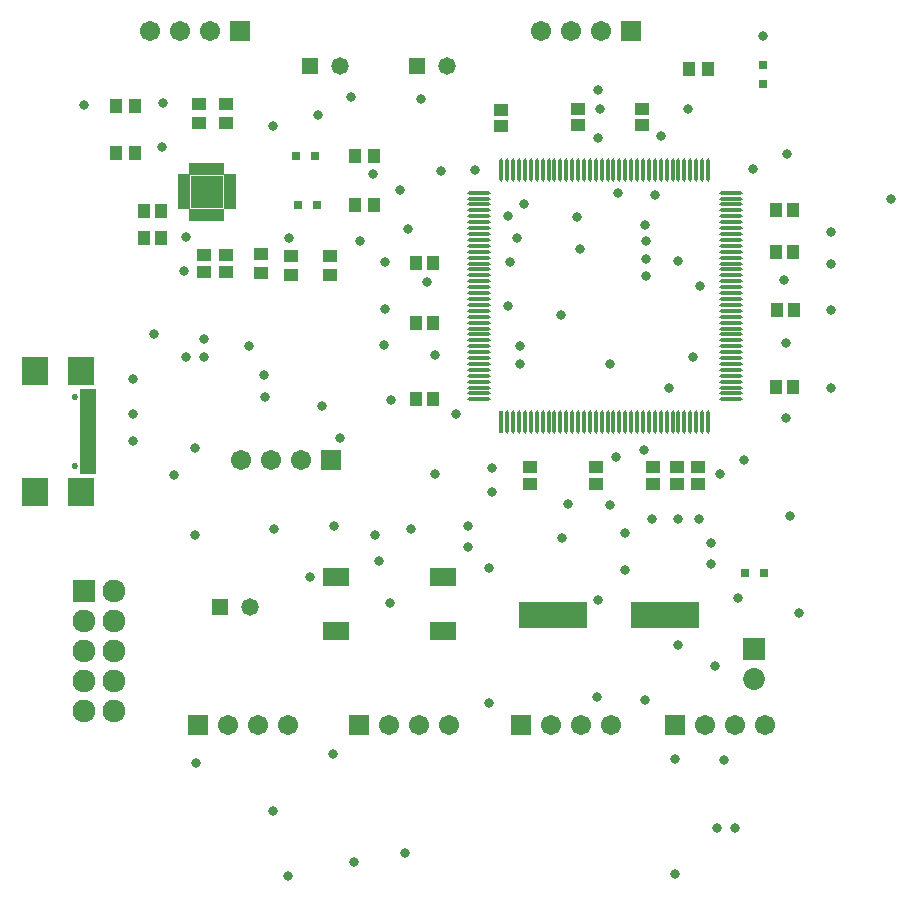
<source format=gts>
G04*
G04 #@! TF.GenerationSoftware,Altium Limited,Altium Designer,22.9.1 (49)*
G04*
G04 Layer_Color=8388736*
%FSLAX25Y25*%
%MOIN*%
G70*
G04*
G04 #@! TF.SameCoordinates,F30A270F-9CF5-405F-8EA2-704C6F89508A*
G04*
G04*
G04 #@! TF.FilePolarity,Negative*
G04*
G01*
G75*
%ADD18R,0.01230X0.07698*%
G04:AMPARAMS|DCode=19|XSize=76.98mil|YSize=12.3mil|CornerRadius=6.15mil|HoleSize=0mil|Usage=FLASHONLY|Rotation=90.000|XOffset=0mil|YOffset=0mil|HoleType=Round|Shape=RoundedRectangle|*
%AMROUNDEDRECTD19*
21,1,0.07698,0.00000,0,0,90.0*
21,1,0.06468,0.01230,0,0,90.0*
1,1,0.01230,0.00000,0.03234*
1,1,0.01230,0.00000,-0.03234*
1,1,0.01230,0.00000,-0.03234*
1,1,0.01230,0.00000,0.03234*
%
%ADD19ROUNDEDRECTD19*%
G04:AMPARAMS|DCode=20|XSize=12.3mil|YSize=76.98mil|CornerRadius=6.15mil|HoleSize=0mil|Usage=FLASHONLY|Rotation=90.000|XOffset=0mil|YOffset=0mil|HoleType=Round|Shape=RoundedRectangle|*
%AMROUNDEDRECTD20*
21,1,0.01230,0.06468,0,0,90.0*
21,1,0.00000,0.07698,0,0,90.0*
1,1,0.01230,0.03234,0.00000*
1,1,0.01230,0.03234,0.00000*
1,1,0.01230,-0.03234,0.00000*
1,1,0.01230,-0.03234,0.00000*
%
%ADD20ROUNDEDRECTD20*%
%ADD28R,0.03150X0.03150*%
%ADD29R,0.03150X0.03150*%
%ADD31R,0.10839X0.10839*%
%ADD32R,0.01981X0.04147*%
%ADD33R,0.04147X0.01981*%
%ADD34R,0.05328X0.01981*%
%ADD35R,0.08674X0.09383*%
%ADD36R,0.04343X0.04540*%
%ADD37R,0.03871X0.04698*%
%ADD38R,0.04698X0.03871*%
%ADD39R,0.09068X0.06312*%
%ADD40R,0.22847X0.09068*%
%ADD41R,0.04540X0.04343*%
%ADD42C,0.07296*%
%ADD43R,0.07296X0.07296*%
%ADD44R,0.06706X0.06706*%
%ADD45C,0.06706*%
%ADD46C,0.02080*%
%ADD47R,0.07591X0.07591*%
%ADD48C,0.07591*%
%ADD49R,0.05820X0.05820*%
%ADD50C,0.05820*%
%ADD51C,0.03300*%
D18*
X173222Y168648D02*
D03*
D19*
X175190D02*
D03*
X177159D02*
D03*
X179127D02*
D03*
X181096D02*
D03*
X183064D02*
D03*
X185033D02*
D03*
X187001D02*
D03*
X188970D02*
D03*
X190938D02*
D03*
X192907D02*
D03*
X194875D02*
D03*
X196844D02*
D03*
X198812D02*
D03*
X200781D02*
D03*
X202749D02*
D03*
X204718D02*
D03*
X206686D02*
D03*
X208655D02*
D03*
X210623D02*
D03*
X212592D02*
D03*
X214560D02*
D03*
X216529D02*
D03*
X218497D02*
D03*
X220466D02*
D03*
X222434D02*
D03*
X224403D02*
D03*
X226371D02*
D03*
X228340D02*
D03*
X230308D02*
D03*
X232277D02*
D03*
X234245D02*
D03*
X236214D02*
D03*
X238182D02*
D03*
X240151D02*
D03*
X242119D02*
D03*
Y252707D02*
D03*
X240151D02*
D03*
X238182D02*
D03*
X236214D02*
D03*
X234245D02*
D03*
X232277D02*
D03*
X230308D02*
D03*
X228340D02*
D03*
X226371D02*
D03*
X224403D02*
D03*
X222434D02*
D03*
X220466D02*
D03*
X218497D02*
D03*
X216529D02*
D03*
X214560D02*
D03*
X212592D02*
D03*
X210623D02*
D03*
X208655D02*
D03*
X206686D02*
D03*
X204718D02*
D03*
X202749D02*
D03*
X200781D02*
D03*
X198812D02*
D03*
X196844D02*
D03*
X194875D02*
D03*
X192907D02*
D03*
X190938D02*
D03*
X188970D02*
D03*
X187001D02*
D03*
X185033D02*
D03*
X183064D02*
D03*
X181096D02*
D03*
X179127D02*
D03*
X177159D02*
D03*
X175190D02*
D03*
X173222D02*
D03*
D20*
X249700Y176228D02*
D03*
Y178197D02*
D03*
Y180165D02*
D03*
Y182134D02*
D03*
Y184102D02*
D03*
Y186071D02*
D03*
Y188039D02*
D03*
Y190008D02*
D03*
Y191976D02*
D03*
Y193945D02*
D03*
Y195913D02*
D03*
Y197882D02*
D03*
Y199850D02*
D03*
Y201819D02*
D03*
Y203787D02*
D03*
Y205756D02*
D03*
Y207724D02*
D03*
Y209693D02*
D03*
Y211661D02*
D03*
Y213630D02*
D03*
Y215598D02*
D03*
Y217567D02*
D03*
Y219535D02*
D03*
Y221504D02*
D03*
Y223472D02*
D03*
Y225441D02*
D03*
Y227410D02*
D03*
Y229378D02*
D03*
Y231347D02*
D03*
Y233315D02*
D03*
Y235283D02*
D03*
Y237252D02*
D03*
Y239220D02*
D03*
Y241189D02*
D03*
Y243158D02*
D03*
Y245126D02*
D03*
X165641D02*
D03*
Y243158D02*
D03*
Y241189D02*
D03*
Y239220D02*
D03*
Y237252D02*
D03*
Y235283D02*
D03*
Y233315D02*
D03*
Y231347D02*
D03*
Y229378D02*
D03*
Y227410D02*
D03*
Y225441D02*
D03*
Y223472D02*
D03*
Y221504D02*
D03*
Y219535D02*
D03*
Y217567D02*
D03*
Y215598D02*
D03*
Y213630D02*
D03*
Y211661D02*
D03*
Y209693D02*
D03*
Y207724D02*
D03*
Y205756D02*
D03*
Y203787D02*
D03*
Y201819D02*
D03*
Y199850D02*
D03*
Y197882D02*
D03*
Y195913D02*
D03*
Y193945D02*
D03*
Y191976D02*
D03*
Y190008D02*
D03*
Y188039D02*
D03*
Y186071D02*
D03*
Y184102D02*
D03*
Y182134D02*
D03*
Y180165D02*
D03*
Y178197D02*
D03*
Y176228D02*
D03*
D28*
X254350Y118500D02*
D03*
X260650D02*
D03*
X104850Y257500D02*
D03*
X111150D02*
D03*
X105350Y241000D02*
D03*
X111650D02*
D03*
D29*
X260500Y287650D02*
D03*
Y281350D02*
D03*
D31*
X75000Y245500D02*
D03*
D32*
X70079Y253177D02*
D03*
X72047D02*
D03*
X74016D02*
D03*
X75984D02*
D03*
X77953D02*
D03*
X79921D02*
D03*
Y237823D02*
D03*
X77953D02*
D03*
X75984D02*
D03*
X74016D02*
D03*
X72047D02*
D03*
X70079D02*
D03*
D33*
X82677Y250421D02*
D03*
Y248453D02*
D03*
Y246484D02*
D03*
Y244516D02*
D03*
Y242547D02*
D03*
Y240579D02*
D03*
X67323D02*
D03*
Y242547D02*
D03*
Y244516D02*
D03*
Y246484D02*
D03*
Y248453D02*
D03*
Y250421D02*
D03*
D34*
X35480Y178689D02*
D03*
Y175539D02*
D03*
Y170421D02*
D03*
Y166484D02*
D03*
Y164516D02*
D03*
Y160579D02*
D03*
Y155461D02*
D03*
Y152311D02*
D03*
Y153492D02*
D03*
Y156642D02*
D03*
Y158610D02*
D03*
Y162547D02*
D03*
Y168453D02*
D03*
Y172390D02*
D03*
Y174358D02*
D03*
Y177508D02*
D03*
D35*
X17744Y185618D02*
D03*
Y145382D02*
D03*
X33217Y185618D02*
D03*
Y145382D02*
D03*
D36*
X235850Y286500D02*
D03*
X242150D02*
D03*
X51150Y258500D02*
D03*
X44850D02*
D03*
X44701Y274000D02*
D03*
X51000D02*
D03*
X124350Y241000D02*
D03*
X130650D02*
D03*
X124350Y257500D02*
D03*
X130650D02*
D03*
D37*
X144944Y176319D02*
D03*
X150456D02*
D03*
X144944Y201819D02*
D03*
X150456D02*
D03*
X144944Y221819D02*
D03*
X150456D02*
D03*
X270756Y206000D02*
D03*
X265244D02*
D03*
X270456Y225319D02*
D03*
X264944D02*
D03*
X270456Y239319D02*
D03*
X264944D02*
D03*
X270456Y180319D02*
D03*
X264944D02*
D03*
X54244Y230000D02*
D03*
X59756D02*
D03*
X54244Y239000D02*
D03*
X59756D02*
D03*
D38*
X220200Y267563D02*
D03*
Y273075D02*
D03*
X173000Y272756D02*
D03*
Y267244D02*
D03*
X182700Y148063D02*
D03*
Y153575D02*
D03*
X204700Y148063D02*
D03*
Y153575D02*
D03*
X198700Y273075D02*
D03*
Y267563D02*
D03*
X231700Y148063D02*
D03*
Y153575D02*
D03*
X238700Y148063D02*
D03*
Y153575D02*
D03*
X81500Y218744D02*
D03*
Y224256D02*
D03*
X74000Y218744D02*
D03*
Y224256D02*
D03*
X223700Y148063D02*
D03*
Y153575D02*
D03*
D39*
X118087Y116858D02*
D03*
X153913D02*
D03*
X118087Y99142D02*
D03*
X153913D02*
D03*
D40*
X227701Y104500D02*
D03*
X190299D02*
D03*
D41*
X93000Y218350D02*
D03*
Y224650D02*
D03*
X103000Y217850D02*
D03*
Y224150D02*
D03*
X116000D02*
D03*
Y217850D02*
D03*
X72500Y268350D02*
D03*
Y274650D02*
D03*
X81500Y274799D02*
D03*
Y268500D02*
D03*
D42*
X257500Y83000D02*
D03*
D43*
Y93000D02*
D03*
D44*
X125700Y67831D02*
D03*
X179700D02*
D03*
X231200D02*
D03*
X72000D02*
D03*
X86000Y299000D02*
D03*
X116500Y156000D02*
D03*
X216500Y299000D02*
D03*
D45*
X135700Y67831D02*
D03*
X145700D02*
D03*
X155700D02*
D03*
X189700D02*
D03*
X199700D02*
D03*
X209700D02*
D03*
X241200D02*
D03*
X251200D02*
D03*
X261200D02*
D03*
X82000D02*
D03*
X92000D02*
D03*
X102000D02*
D03*
X56000Y299000D02*
D03*
X66000D02*
D03*
X76000D02*
D03*
X106500Y156000D02*
D03*
X96500D02*
D03*
X86500D02*
D03*
X186500Y299000D02*
D03*
X196500D02*
D03*
X206500D02*
D03*
D46*
X31248Y176878D02*
D03*
Y154122D02*
D03*
D47*
X34000Y112500D02*
D03*
D48*
X44000D02*
D03*
X34000Y102500D02*
D03*
X44000D02*
D03*
X34000Y92500D02*
D03*
X44000D02*
D03*
X34000Y82500D02*
D03*
X44000D02*
D03*
X34000Y72500D02*
D03*
X44000D02*
D03*
D49*
X79500Y107000D02*
D03*
X145000Y287500D02*
D03*
X109500D02*
D03*
D50*
X89500Y107000D02*
D03*
X155000Y287500D02*
D03*
X119500D02*
D03*
D51*
X117000Y58000D02*
D03*
X247403Y56000D02*
D03*
X60000Y260500D02*
D03*
X71000Y131000D02*
D03*
Y160000D02*
D03*
X64000Y151000D02*
D03*
X102000Y17500D02*
D03*
X214574Y131574D02*
D03*
X34000Y274500D02*
D03*
X60500Y275000D02*
D03*
X179500Y188000D02*
D03*
X209500D02*
D03*
X269500Y137500D02*
D03*
X94500Y177000D02*
D03*
X113500Y174000D02*
D03*
X68000Y190500D02*
D03*
X57500Y198000D02*
D03*
X112000Y271000D02*
D03*
X170000Y145500D02*
D03*
Y153500D02*
D03*
X243000Y121500D02*
D03*
Y128500D02*
D03*
X239000Y136500D02*
D03*
X232000D02*
D03*
X143000Y133000D02*
D03*
X162000Y127000D02*
D03*
X169000Y120000D02*
D03*
X252000Y110000D02*
D03*
X50500Y162266D02*
D03*
X119501Y163501D02*
D03*
X89000Y194000D02*
D03*
X74000Y196500D02*
D03*
Y190500D02*
D03*
X221500Y217500D02*
D03*
Y223000D02*
D03*
Y229000D02*
D03*
X221250Y234250D02*
D03*
X124000Y22000D02*
D03*
X50500Y183000D02*
D03*
X109500Y117000D02*
D03*
X267500Y216000D02*
D03*
X97000Y39000D02*
D03*
X71500Y55000D02*
D03*
X141000Y25000D02*
D03*
X148500Y215500D02*
D03*
X205000Y77000D02*
D03*
X169000Y75000D02*
D03*
X244500Y87500D02*
D03*
X151000Y151500D02*
D03*
X220750Y159500D02*
D03*
X223500Y136500D02*
D03*
X209500Y141000D02*
D03*
X257000Y253000D02*
D03*
X50500Y171500D02*
D03*
X97500Y133000D02*
D03*
X117500Y134000D02*
D03*
X131000Y131000D02*
D03*
X132500Y122500D02*
D03*
X136000Y108500D02*
D03*
X68000Y230500D02*
D03*
X67500Y219000D02*
D03*
X136500Y176000D02*
D03*
X94000Y184500D02*
D03*
X151000Y191000D02*
D03*
X134000Y194500D02*
D03*
X134500Y206500D02*
D03*
Y222000D02*
D03*
X146500Y276500D02*
D03*
X123000Y277000D02*
D03*
X205500Y109500D02*
D03*
X153000Y252500D02*
D03*
X158000Y171500D02*
D03*
X231000Y18000D02*
D03*
X245000Y33500D02*
D03*
X251000D02*
D03*
X231000Y56500D02*
D03*
X221000Y76000D02*
D03*
X232000Y94500D02*
D03*
X214500Y119500D02*
D03*
X246000Y151500D02*
D03*
X254000Y156000D02*
D03*
X211500Y157000D02*
D03*
X268000Y170000D02*
D03*
X229000Y180000D02*
D03*
X283000D02*
D03*
X175500Y237500D02*
D03*
Y207500D02*
D03*
X205500Y263500D02*
D03*
X179500Y194000D02*
D03*
X178500Y230000D02*
D03*
X164500Y252730D02*
D03*
X176000Y222000D02*
D03*
X180750Y241500D02*
D03*
X193000Y204500D02*
D03*
X198500Y237000D02*
D03*
X199500Y226500D02*
D03*
X237000Y190500D02*
D03*
X268000Y195000D02*
D03*
X283000Y206000D02*
D03*
X239500Y214000D02*
D03*
X283000Y221500D02*
D03*
X232000Y222500D02*
D03*
X283000Y232000D02*
D03*
X303000Y243000D02*
D03*
X224500Y244500D02*
D03*
X212000Y245000D02*
D03*
X268500Y258000D02*
D03*
X226500Y264000D02*
D03*
X206000Y273000D02*
D03*
X235500D02*
D03*
X205613Y279230D02*
D03*
X260500Y297500D02*
D03*
X75000Y245500D02*
D03*
X126000Y229000D02*
D03*
X102500Y230000D02*
D03*
X142000Y233000D02*
D03*
X139500Y246000D02*
D03*
X130500Y251500D02*
D03*
X97000Y267500D02*
D03*
X162000Y134000D02*
D03*
X193500Y130000D02*
D03*
X195500Y141500D02*
D03*
X272500Y105000D02*
D03*
M02*

</source>
